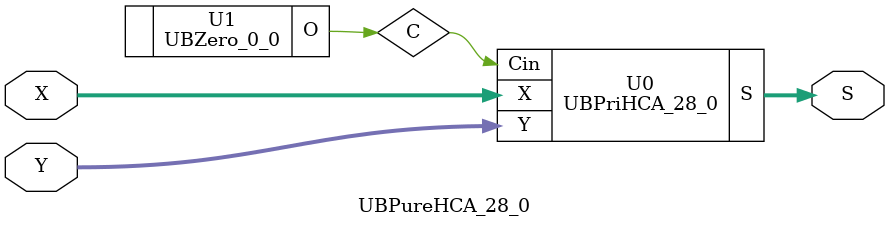
<source format=v>
/*----------------------------------------------------------------------------
  Copyright (c) 2021 Homma laboratory. All rights reserved.

  Top module: UBHCA_28_0_28_0

  Operand-1 length: 29
  Operand-2 length: 29
  Two-operand addition algorithm: Han-Carlson adder
----------------------------------------------------------------------------*/

module GPGenerator(Go, Po, A, B);
  output Go;
  output Po;
  input A;
  input B;
  assign Go = A & B;
  assign Po = A ^ B;
endmodule

module CarryOperator(Go, Po, Gi1, Pi1, Gi2, Pi2);
  output Go;
  output Po;
  input Gi1;
  input Gi2;
  input Pi1;
  input Pi2;
  assign Go = Gi1 | ( Gi2 & Pi1 );
  assign Po = Pi1 & Pi2;
endmodule

module UBPriHCA_28_0(S, X, Y, Cin);
  output [29:0] S;
  input Cin;
  input [28:0] X;
  input [28:0] Y;
  wire [28:0] G0;
  wire [28:0] G1;
  wire [28:0] G2;
  wire [28:0] G3;
  wire [28:0] G4;
  wire [28:0] G5;
  wire [28:0] G6;
  wire [28:0] P0;
  wire [28:0] P1;
  wire [28:0] P2;
  wire [28:0] P3;
  wire [28:0] P4;
  wire [28:0] P5;
  wire [28:0] P6;
  assign P1[0] = P0[0];
  assign G1[0] = G0[0];
  assign P1[2] = P0[2];
  assign G1[2] = G0[2];
  assign P1[4] = P0[4];
  assign G1[4] = G0[4];
  assign P1[6] = P0[6];
  assign G1[6] = G0[6];
  assign P1[8] = P0[8];
  assign G1[8] = G0[8];
  assign P1[10] = P0[10];
  assign G1[10] = G0[10];
  assign P1[12] = P0[12];
  assign G1[12] = G0[12];
  assign P1[14] = P0[14];
  assign G1[14] = G0[14];
  assign P1[16] = P0[16];
  assign G1[16] = G0[16];
  assign P1[18] = P0[18];
  assign G1[18] = G0[18];
  assign P1[20] = P0[20];
  assign G1[20] = G0[20];
  assign P1[22] = P0[22];
  assign G1[22] = G0[22];
  assign P1[24] = P0[24];
  assign G1[24] = G0[24];
  assign P1[26] = P0[26];
  assign G1[26] = G0[26];
  assign P1[28] = P0[28];
  assign G1[28] = G0[28];
  assign P2[0] = P1[0];
  assign G2[0] = G1[0];
  assign P2[1] = P1[1];
  assign G2[1] = G1[1];
  assign P2[2] = P1[2];
  assign G2[2] = G1[2];
  assign P2[4] = P1[4];
  assign G2[4] = G1[4];
  assign P2[6] = P1[6];
  assign G2[6] = G1[6];
  assign P2[8] = P1[8];
  assign G2[8] = G1[8];
  assign P2[10] = P1[10];
  assign G2[10] = G1[10];
  assign P2[12] = P1[12];
  assign G2[12] = G1[12];
  assign P2[14] = P1[14];
  assign G2[14] = G1[14];
  assign P2[16] = P1[16];
  assign G2[16] = G1[16];
  assign P2[18] = P1[18];
  assign G2[18] = G1[18];
  assign P2[20] = P1[20];
  assign G2[20] = G1[20];
  assign P2[22] = P1[22];
  assign G2[22] = G1[22];
  assign P2[24] = P1[24];
  assign G2[24] = G1[24];
  assign P2[26] = P1[26];
  assign G2[26] = G1[26];
  assign P2[28] = P1[28];
  assign G2[28] = G1[28];
  assign P3[0] = P2[0];
  assign G3[0] = G2[0];
  assign P3[1] = P2[1];
  assign G3[1] = G2[1];
  assign P3[2] = P2[2];
  assign G3[2] = G2[2];
  assign P3[3] = P2[3];
  assign G3[3] = G2[3];
  assign P3[4] = P2[4];
  assign G3[4] = G2[4];
  assign P3[6] = P2[6];
  assign G3[6] = G2[6];
  assign P3[8] = P2[8];
  assign G3[8] = G2[8];
  assign P3[10] = P2[10];
  assign G3[10] = G2[10];
  assign P3[12] = P2[12];
  assign G3[12] = G2[12];
  assign P3[14] = P2[14];
  assign G3[14] = G2[14];
  assign P3[16] = P2[16];
  assign G3[16] = G2[16];
  assign P3[18] = P2[18];
  assign G3[18] = G2[18];
  assign P3[20] = P2[20];
  assign G3[20] = G2[20];
  assign P3[22] = P2[22];
  assign G3[22] = G2[22];
  assign P3[24] = P2[24];
  assign G3[24] = G2[24];
  assign P3[26] = P2[26];
  assign G3[26] = G2[26];
  assign P3[28] = P2[28];
  assign G3[28] = G2[28];
  assign P4[0] = P3[0];
  assign G4[0] = G3[0];
  assign P4[1] = P3[1];
  assign G4[1] = G3[1];
  assign P4[2] = P3[2];
  assign G4[2] = G3[2];
  assign P4[3] = P3[3];
  assign G4[3] = G3[3];
  assign P4[4] = P3[4];
  assign G4[4] = G3[4];
  assign P4[5] = P3[5];
  assign G4[5] = G3[5];
  assign P4[6] = P3[6];
  assign G4[6] = G3[6];
  assign P4[7] = P3[7];
  assign G4[7] = G3[7];
  assign P4[8] = P3[8];
  assign G4[8] = G3[8];
  assign P4[10] = P3[10];
  assign G4[10] = G3[10];
  assign P4[12] = P3[12];
  assign G4[12] = G3[12];
  assign P4[14] = P3[14];
  assign G4[14] = G3[14];
  assign P4[16] = P3[16];
  assign G4[16] = G3[16];
  assign P4[18] = P3[18];
  assign G4[18] = G3[18];
  assign P4[20] = P3[20];
  assign G4[20] = G3[20];
  assign P4[22] = P3[22];
  assign G4[22] = G3[22];
  assign P4[24] = P3[24];
  assign G4[24] = G3[24];
  assign P4[26] = P3[26];
  assign G4[26] = G3[26];
  assign P4[28] = P3[28];
  assign G4[28] = G3[28];
  assign P5[0] = P4[0];
  assign G5[0] = G4[0];
  assign P5[1] = P4[1];
  assign G5[1] = G4[1];
  assign P5[2] = P4[2];
  assign G5[2] = G4[2];
  assign P5[3] = P4[3];
  assign G5[3] = G4[3];
  assign P5[4] = P4[4];
  assign G5[4] = G4[4];
  assign P5[5] = P4[5];
  assign G5[5] = G4[5];
  assign P5[6] = P4[6];
  assign G5[6] = G4[6];
  assign P5[7] = P4[7];
  assign G5[7] = G4[7];
  assign P5[8] = P4[8];
  assign G5[8] = G4[8];
  assign P5[9] = P4[9];
  assign G5[9] = G4[9];
  assign P5[10] = P4[10];
  assign G5[10] = G4[10];
  assign P5[11] = P4[11];
  assign G5[11] = G4[11];
  assign P5[12] = P4[12];
  assign G5[12] = G4[12];
  assign P5[13] = P4[13];
  assign G5[13] = G4[13];
  assign P5[14] = P4[14];
  assign G5[14] = G4[14];
  assign P5[15] = P4[15];
  assign G5[15] = G4[15];
  assign P5[16] = P4[16];
  assign G5[16] = G4[16];
  assign P5[18] = P4[18];
  assign G5[18] = G4[18];
  assign P5[20] = P4[20];
  assign G5[20] = G4[20];
  assign P5[22] = P4[22];
  assign G5[22] = G4[22];
  assign P5[24] = P4[24];
  assign G5[24] = G4[24];
  assign P5[26] = P4[26];
  assign G5[26] = G4[26];
  assign P5[28] = P4[28];
  assign G5[28] = G4[28];
  assign P6[0] = P5[0];
  assign G6[0] = G5[0];
  assign P6[1] = P5[1];
  assign G6[1] = G5[1];
  assign P6[3] = P5[3];
  assign G6[3] = G5[3];
  assign P6[5] = P5[5];
  assign G6[5] = G5[5];
  assign P6[7] = P5[7];
  assign G6[7] = G5[7];
  assign P6[9] = P5[9];
  assign G6[9] = G5[9];
  assign P6[11] = P5[11];
  assign G6[11] = G5[11];
  assign P6[13] = P5[13];
  assign G6[13] = G5[13];
  assign P6[15] = P5[15];
  assign G6[15] = G5[15];
  assign P6[17] = P5[17];
  assign G6[17] = G5[17];
  assign P6[19] = P5[19];
  assign G6[19] = G5[19];
  assign P6[21] = P5[21];
  assign G6[21] = G5[21];
  assign P6[23] = P5[23];
  assign G6[23] = G5[23];
  assign P6[25] = P5[25];
  assign G6[25] = G5[25];
  assign P6[27] = P5[27];
  assign G6[27] = G5[27];
  assign S[0] = Cin ^ P0[0];
  assign S[1] = ( G6[0] | ( P6[0] & Cin ) ) ^ P0[1];
  assign S[2] = ( G6[1] | ( P6[1] & Cin ) ) ^ P0[2];
  assign S[3] = ( G6[2] | ( P6[2] & Cin ) ) ^ P0[3];
  assign S[4] = ( G6[3] | ( P6[3] & Cin ) ) ^ P0[4];
  assign S[5] = ( G6[4] | ( P6[4] & Cin ) ) ^ P0[5];
  assign S[6] = ( G6[5] | ( P6[5] & Cin ) ) ^ P0[6];
  assign S[7] = ( G6[6] | ( P6[6] & Cin ) ) ^ P0[7];
  assign S[8] = ( G6[7] | ( P6[7] & Cin ) ) ^ P0[8];
  assign S[9] = ( G6[8] | ( P6[8] & Cin ) ) ^ P0[9];
  assign S[10] = ( G6[9] | ( P6[9] & Cin ) ) ^ P0[10];
  assign S[11] = ( G6[10] | ( P6[10] & Cin ) ) ^ P0[11];
  assign S[12] = ( G6[11] | ( P6[11] & Cin ) ) ^ P0[12];
  assign S[13] = ( G6[12] | ( P6[12] & Cin ) ) ^ P0[13];
  assign S[14] = ( G6[13] | ( P6[13] & Cin ) ) ^ P0[14];
  assign S[15] = ( G6[14] | ( P6[14] & Cin ) ) ^ P0[15];
  assign S[16] = ( G6[15] | ( P6[15] & Cin ) ) ^ P0[16];
  assign S[17] = ( G6[16] | ( P6[16] & Cin ) ) ^ P0[17];
  assign S[18] = ( G6[17] | ( P6[17] & Cin ) ) ^ P0[18];
  assign S[19] = ( G6[18] | ( P6[18] & Cin ) ) ^ P0[19];
  assign S[20] = ( G6[19] | ( P6[19] & Cin ) ) ^ P0[20];
  assign S[21] = ( G6[20] | ( P6[20] & Cin ) ) ^ P0[21];
  assign S[22] = ( G6[21] | ( P6[21] & Cin ) ) ^ P0[22];
  assign S[23] = ( G6[22] | ( P6[22] & Cin ) ) ^ P0[23];
  assign S[24] = ( G6[23] | ( P6[23] & Cin ) ) ^ P0[24];
  assign S[25] = ( G6[24] | ( P6[24] & Cin ) ) ^ P0[25];
  assign S[26] = ( G6[25] | ( P6[25] & Cin ) ) ^ P0[26];
  assign S[27] = ( G6[26] | ( P6[26] & Cin ) ) ^ P0[27];
  assign S[28] = ( G6[27] | ( P6[27] & Cin ) ) ^ P0[28];
  assign S[29] = G6[28] | ( P6[28] & Cin );
  GPGenerator U0 (G0[0], P0[0], X[0], Y[0]);
  GPGenerator U1 (G0[1], P0[1], X[1], Y[1]);
  GPGenerator U2 (G0[2], P0[2], X[2], Y[2]);
  GPGenerator U3 (G0[3], P0[3], X[3], Y[3]);
  GPGenerator U4 (G0[4], P0[4], X[4], Y[4]);
  GPGenerator U5 (G0[5], P0[5], X[5], Y[5]);
  GPGenerator U6 (G0[6], P0[6], X[6], Y[6]);
  GPGenerator U7 (G0[7], P0[7], X[7], Y[7]);
  GPGenerator U8 (G0[8], P0[8], X[8], Y[8]);
  GPGenerator U9 (G0[9], P0[9], X[9], Y[9]);
  GPGenerator U10 (G0[10], P0[10], X[10], Y[10]);
  GPGenerator U11 (G0[11], P0[11], X[11], Y[11]);
  GPGenerator U12 (G0[12], P0[12], X[12], Y[12]);
  GPGenerator U13 (G0[13], P0[13], X[13], Y[13]);
  GPGenerator U14 (G0[14], P0[14], X[14], Y[14]);
  GPGenerator U15 (G0[15], P0[15], X[15], Y[15]);
  GPGenerator U16 (G0[16], P0[16], X[16], Y[16]);
  GPGenerator U17 (G0[17], P0[17], X[17], Y[17]);
  GPGenerator U18 (G0[18], P0[18], X[18], Y[18]);
  GPGenerator U19 (G0[19], P0[19], X[19], Y[19]);
  GPGenerator U20 (G0[20], P0[20], X[20], Y[20]);
  GPGenerator U21 (G0[21], P0[21], X[21], Y[21]);
  GPGenerator U22 (G0[22], P0[22], X[22], Y[22]);
  GPGenerator U23 (G0[23], P0[23], X[23], Y[23]);
  GPGenerator U24 (G0[24], P0[24], X[24], Y[24]);
  GPGenerator U25 (G0[25], P0[25], X[25], Y[25]);
  GPGenerator U26 (G0[26], P0[26], X[26], Y[26]);
  GPGenerator U27 (G0[27], P0[27], X[27], Y[27]);
  GPGenerator U28 (G0[28], P0[28], X[28], Y[28]);
  CarryOperator U29 (G1[1], P1[1], G0[1], P0[1], G0[0], P0[0]);
  CarryOperator U30 (G1[3], P1[3], G0[3], P0[3], G0[2], P0[2]);
  CarryOperator U31 (G1[5], P1[5], G0[5], P0[5], G0[4], P0[4]);
  CarryOperator U32 (G1[7], P1[7], G0[7], P0[7], G0[6], P0[6]);
  CarryOperator U33 (G1[9], P1[9], G0[9], P0[9], G0[8], P0[8]);
  CarryOperator U34 (G1[11], P1[11], G0[11], P0[11], G0[10], P0[10]);
  CarryOperator U35 (G1[13], P1[13], G0[13], P0[13], G0[12], P0[12]);
  CarryOperator U36 (G1[15], P1[15], G0[15], P0[15], G0[14], P0[14]);
  CarryOperator U37 (G1[17], P1[17], G0[17], P0[17], G0[16], P0[16]);
  CarryOperator U38 (G1[19], P1[19], G0[19], P0[19], G0[18], P0[18]);
  CarryOperator U39 (G1[21], P1[21], G0[21], P0[21], G0[20], P0[20]);
  CarryOperator U40 (G1[23], P1[23], G0[23], P0[23], G0[22], P0[22]);
  CarryOperator U41 (G1[25], P1[25], G0[25], P0[25], G0[24], P0[24]);
  CarryOperator U42 (G1[27], P1[27], G0[27], P0[27], G0[26], P0[26]);
  CarryOperator U43 (G2[3], P2[3], G1[3], P1[3], G1[1], P1[1]);
  CarryOperator U44 (G2[5], P2[5], G1[5], P1[5], G1[3], P1[3]);
  CarryOperator U45 (G2[7], P2[7], G1[7], P1[7], G1[5], P1[5]);
  CarryOperator U46 (G2[9], P2[9], G1[9], P1[9], G1[7], P1[7]);
  CarryOperator U47 (G2[11], P2[11], G1[11], P1[11], G1[9], P1[9]);
  CarryOperator U48 (G2[13], P2[13], G1[13], P1[13], G1[11], P1[11]);
  CarryOperator U49 (G2[15], P2[15], G1[15], P1[15], G1[13], P1[13]);
  CarryOperator U50 (G2[17], P2[17], G1[17], P1[17], G1[15], P1[15]);
  CarryOperator U51 (G2[19], P2[19], G1[19], P1[19], G1[17], P1[17]);
  CarryOperator U52 (G2[21], P2[21], G1[21], P1[21], G1[19], P1[19]);
  CarryOperator U53 (G2[23], P2[23], G1[23], P1[23], G1[21], P1[21]);
  CarryOperator U54 (G2[25], P2[25], G1[25], P1[25], G1[23], P1[23]);
  CarryOperator U55 (G2[27], P2[27], G1[27], P1[27], G1[25], P1[25]);
  CarryOperator U56 (G3[5], P3[5], G2[5], P2[5], G2[1], P2[1]);
  CarryOperator U57 (G3[7], P3[7], G2[7], P2[7], G2[3], P2[3]);
  CarryOperator U58 (G3[9], P3[9], G2[9], P2[9], G2[5], P2[5]);
  CarryOperator U59 (G3[11], P3[11], G2[11], P2[11], G2[7], P2[7]);
  CarryOperator U60 (G3[13], P3[13], G2[13], P2[13], G2[9], P2[9]);
  CarryOperator U61 (G3[15], P3[15], G2[15], P2[15], G2[11], P2[11]);
  CarryOperator U62 (G3[17], P3[17], G2[17], P2[17], G2[13], P2[13]);
  CarryOperator U63 (G3[19], P3[19], G2[19], P2[19], G2[15], P2[15]);
  CarryOperator U64 (G3[21], P3[21], G2[21], P2[21], G2[17], P2[17]);
  CarryOperator U65 (G3[23], P3[23], G2[23], P2[23], G2[19], P2[19]);
  CarryOperator U66 (G3[25], P3[25], G2[25], P2[25], G2[21], P2[21]);
  CarryOperator U67 (G3[27], P3[27], G2[27], P2[27], G2[23], P2[23]);
  CarryOperator U68 (G4[9], P4[9], G3[9], P3[9], G3[1], P3[1]);
  CarryOperator U69 (G4[11], P4[11], G3[11], P3[11], G3[3], P3[3]);
  CarryOperator U70 (G4[13], P4[13], G3[13], P3[13], G3[5], P3[5]);
  CarryOperator U71 (G4[15], P4[15], G3[15], P3[15], G3[7], P3[7]);
  CarryOperator U72 (G4[17], P4[17], G3[17], P3[17], G3[9], P3[9]);
  CarryOperator U73 (G4[19], P4[19], G3[19], P3[19], G3[11], P3[11]);
  CarryOperator U74 (G4[21], P4[21], G3[21], P3[21], G3[13], P3[13]);
  CarryOperator U75 (G4[23], P4[23], G3[23], P3[23], G3[15], P3[15]);
  CarryOperator U76 (G4[25], P4[25], G3[25], P3[25], G3[17], P3[17]);
  CarryOperator U77 (G4[27], P4[27], G3[27], P3[27], G3[19], P3[19]);
  CarryOperator U78 (G5[17], P5[17], G4[17], P4[17], G4[1], P4[1]);
  CarryOperator U79 (G5[19], P5[19], G4[19], P4[19], G4[3], P4[3]);
  CarryOperator U80 (G5[21], P5[21], G4[21], P4[21], G4[5], P4[5]);
  CarryOperator U81 (G5[23], P5[23], G4[23], P4[23], G4[7], P4[7]);
  CarryOperator U82 (G5[25], P5[25], G4[25], P4[25], G4[9], P4[9]);
  CarryOperator U83 (G5[27], P5[27], G4[27], P4[27], G4[11], P4[11]);
  CarryOperator U84 (G6[2], P6[2], G5[2], P5[2], G5[1], P5[1]);
  CarryOperator U85 (G6[4], P6[4], G5[4], P5[4], G5[3], P5[3]);
  CarryOperator U86 (G6[6], P6[6], G5[6], P5[6], G5[5], P5[5]);
  CarryOperator U87 (G6[8], P6[8], G5[8], P5[8], G5[7], P5[7]);
  CarryOperator U88 (G6[10], P6[10], G5[10], P5[10], G5[9], P5[9]);
  CarryOperator U89 (G6[12], P6[12], G5[12], P5[12], G5[11], P5[11]);
  CarryOperator U90 (G6[14], P6[14], G5[14], P5[14], G5[13], P5[13]);
  CarryOperator U91 (G6[16], P6[16], G5[16], P5[16], G5[15], P5[15]);
  CarryOperator U92 (G6[18], P6[18], G5[18], P5[18], G5[17], P5[17]);
  CarryOperator U93 (G6[20], P6[20], G5[20], P5[20], G5[19], P5[19]);
  CarryOperator U94 (G6[22], P6[22], G5[22], P5[22], G5[21], P5[21]);
  CarryOperator U95 (G6[24], P6[24], G5[24], P5[24], G5[23], P5[23]);
  CarryOperator U96 (G6[26], P6[26], G5[26], P5[26], G5[25], P5[25]);
  CarryOperator U97 (G6[28], P6[28], G5[28], P5[28], G5[27], P5[27]);
endmodule

module UBZero_0_0(O);
  output [0:0] O;
  assign O[0] = 0;
endmodule

module UBHCA_28_0_28_0 (S, X, Y);
  output [29:0] S;
  input [28:0] X;
  input [28:0] Y;
  UBPureHCA_28_0 U0 (S[29:0], X[28:0], Y[28:0]);
endmodule

module UBPureHCA_28_0 (S, X, Y);
  output [29:0] S;
  input [28:0] X;
  input [28:0] Y;
  wire C;
  UBPriHCA_28_0 U0 (S, X, Y, C);
  UBZero_0_0 U1 (C);
endmodule


</source>
